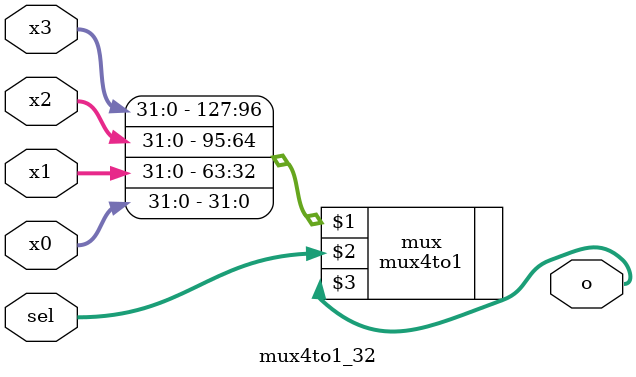
<source format=v>
`timescale 1ns / 1ps

module mux4to1_32(
		input [31:0] x0,
		input [31:0] x1,
		input [31:0] x2,
		input [31:0] x3,
		input [1:0] sel,
		output [31:0] o
		);
	mux4to1 #(32) mux({x3, x2, x1, x0}, sel, o);
endmodule

</source>
